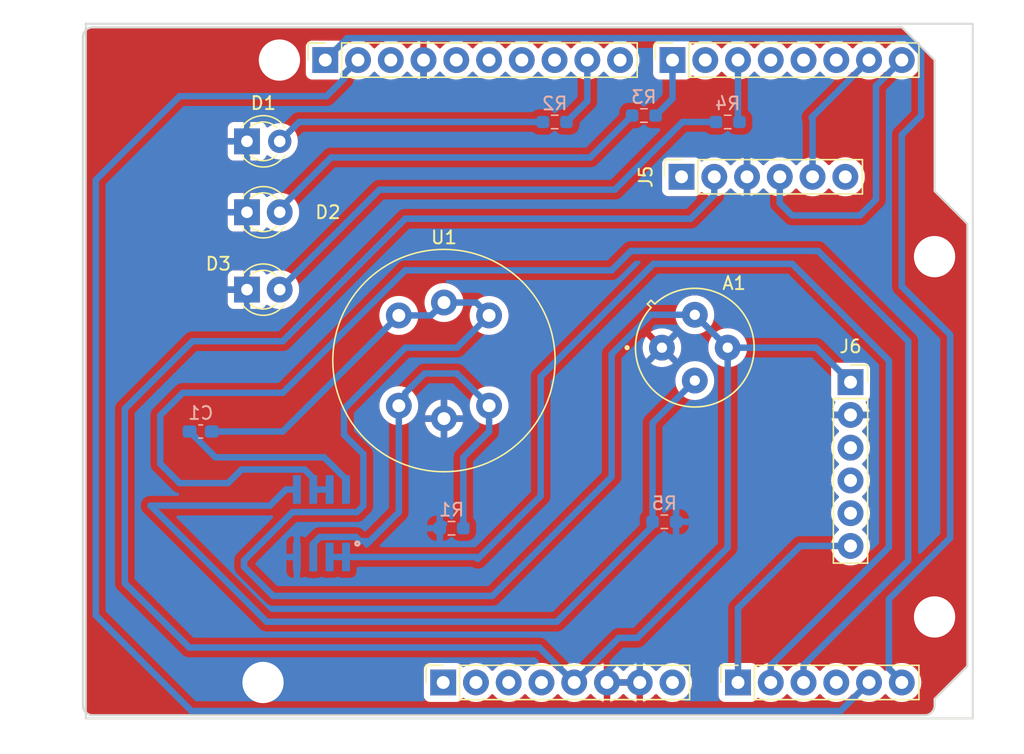
<source format=kicad_pcb>
(kicad_pcb (version 20240108) (generator "pcbnew") (generator_version "8.0")
  (title_block (date "mar. 31 mars 2015"))
  (layers (0 "F.Cu" signal) (31 "B.Cu" signal) (34 "B.Paste" user) (35 "F.Paste" user) (36 "B.SilkS" user "B.Silkscreen") (37 "F.SilkS" user "F.Silkscreen") (38 "B.Mask" user) (39 "F.Mask" user) (44 "Edge.Cuts" user))
  (net 0 "")
  (net 1 "GND")
  (net 3 "+5V")
  (net 4 "/IOREF")
  (net 5 "Net-(A1-SENSOR_ELECTRODE-)")
  (net 6 "A1")
  (net 7 "A2")
  (net 8 "/A3")
  (net 9 "/SDA{slash}A4")
  (net 10 "/SCL{slash}A5")
  (net 11 "/13")
  (net 12 "/12")
  (net 13 "/AREF")
  (net 14 "/8")
  (net 15 "/7")
  (net 16 "/*11")
  (net 17 "/*10")
  (net 18 "/*9")
  (net 19 "/4")
  (net 20 "/2")
  (net 21 "/*6")
  (net 22 "/*5")
  (net 23 "/TX{slash}1")
  (net 24 "/*3")
  (net 25 "/RX{slash}0")
  (net 26 "+3V3")
  (net 27 "VCC")
  (net 28 "/~{RESET}")
  (net 29 "A0")
  (net 30 "Net-(U1-B')")
  (net 31 "Net-(U2C-V+)")
  (net 32 "Net-(D1-A)")
  (net 33 "Net-(D2-A)")
  (net 34 "Net-(D3-A)")
  (footprint "Connector_PinSocket_2.54mm:PinSocket_1x08_P2.54mm_Vertical" (layer "F.Cu") (at 127.94 97.46 90)
    (property "Reference" "J1" (hide yes))
    (property "Value" "Power")
    (fp_line (start 1.33 -1.33) (end 1.33 0) (stroke (width 0.12)) (layer "F.SilkS"))
    (fp_line (start 0 -1.33) (end 1.33 -1.33) (stroke (width 0.12)) (layer "F.SilkS"))
    (fp_line (start 1.33 1.27) (end 1.33 19.11) (stroke (width 0.12)) (layer "F.SilkS"))
    (fp_line (start -1.33 1.27) (end 1.33 1.27) (stroke (width 0.12)) (layer "F.SilkS"))
    (fp_line (start -1.33 1.27) (end -1.33 19.11) (stroke (width 0.12)) (layer "F.SilkS"))
    (fp_line (start -1.33 19.11) (end 1.33 19.11) (stroke (width 0.12)) (layer "F.SilkS"))
    (pad "1" thru_hole rect (at 0 0 90) (size 2 2) (drill 1) (layers "*.Cu" "*.Mask"))
    (pad "2" thru_hole oval (at 0 2.54 90) (size 2 2) (drill 1) (layers "*.Cu" "*.Mask") (net 4 "/IOREF"))
    (pad "3" thru_hole oval (at 0 5.08 90) (size 2 2) (drill 1) (layers "*.Cu" "*.Mask") (net 28 "/~{RESET}"))
    (pad "4" thru_hole oval (at 0 7.62 90) (size 2 2) (drill 1) (layers "*.Cu" "*.Mask") (net 26 "+3V3"))
    (pad "5" thru_hole oval (at 0 10.16 90) (size 2 2) (drill 1) (layers "*.Cu" "*.Mask") (net 3 "+5V"))
    (pad "6" thru_hole oval (at 0 12.7 90) (size 2 2) (drill 1) (layers "*.Cu" "*.Mask") (net 1 "GND"))
    (pad "7" thru_hole oval (at 0 15.24 90) (size 2 2) (drill 1) (layers "*.Cu" "*.Mask") (net 1 "GND"))
    (pad "8" thru_hole oval (at 0 17.78 90) (size 2 2) (drill 1) (layers "*.Cu" "*.Mask") (net 27 "VCC"))
  )
  (footprint "Connector_PinSocket_2.54mm:PinSocket_1x06_P2.54mm_Vertical" (layer "F.Cu") (at 150.8 97.46 90)
    (property "Reference" "J3" (hide yes))
    (property "Value" "Analog")
    (fp_line (start 1.33 -1.33) (end 1.33 0) (stroke (width 0.12)) (layer "F.SilkS"))
    (fp_line (start 0 -1.33) (end 1.33 -1.33) (stroke (width 0.12)) (layer "F.SilkS"))
    (fp_line (start 1.33 1.27) (end 1.33 14.03) (stroke (width 0.12)) (layer "F.SilkS"))
    (fp_line (start -1.33 1.27) (end 1.33 1.27) (stroke (width 0.12)) (layer "F.SilkS"))
    (fp_line (start -1.33 1.27) (end -1.33 14.03) (stroke (width 0.12)) (layer "F.SilkS"))
    (fp_line (start -1.33 14.03) (end 1.33 14.03) (stroke (width 0.12)) (layer "F.SilkS"))
    (pad "1" thru_hole rect (at 0 0 90) (size 2 2) (drill 1) (layers "*.Cu" "*.Mask") (net 29 "A0"))
    (pad "2" thru_hole oval (at 0 2.54 90) (size 2 2) (drill 1) (layers "*.Cu" "*.Mask") (net 6 "A1"))
    (pad "3" thru_hole oval (at 0 5.08 90) (size 2 2) (drill 1) (layers "*.Cu" "*.Mask") (net 7 "A2"))
    (pad "4" thru_hole oval (at 0 7.62 90) (size 2 2) (drill 1) (layers "*.Cu" "*.Mask") (net 8 "/A3"))
    (pad "5" thru_hole oval (at 0 10.16 90) (size 2 2) (drill 1) (layers "*.Cu" "*.Mask") (net 9 "/SDA{slash}A4"))
    (pad "6" thru_hole oval (at 0 12.7 90) (size 2 2) (drill 1) (layers "*.Cu" "*.Mask") (net 10 "/SCL{slash}A5"))
  )
  (footprint "Connector_PinSocket_2.54mm:PinSocket_1x10_P2.54mm_Vertical" (layer "F.Cu") (at 118.796 49.2 90)
    (property "Reference" "J2" (hide yes))
    (property "Value" "Digital/PWM")
    (fp_line (start 1.33 -1.33) (end 1.33 0) (stroke (width 0.12)) (layer "F.SilkS"))
    (fp_line (start 0 -1.33) (end 1.33 -1.33) (stroke (width 0.12)) (layer "F.SilkS"))
    (fp_line (start 1.33 1.27) (end 1.33 24.19) (stroke (width 0.12)) (layer "F.SilkS"))
    (fp_line (start -1.33 1.27) (end 1.33 1.27) (stroke (width 0.12)) (layer "F.SilkS"))
    (fp_line (start -1.33 1.27) (end -1.33 24.19) (stroke (width 0.12)) (layer "F.SilkS"))
    (fp_line (start -1.33 24.19) (end 1.33 24.19) (stroke (width 0.12)) (layer "F.SilkS"))
    (pad "1" thru_hole rect (at 0 0 90) (size 2 2) (drill 1) (layers "*.Cu" "*.Mask") (net 10 "/SCL{slash}A5"))
    (pad "2" thru_hole oval (at 0 2.54 90) (size 2 2) (drill 1) (layers "*.Cu" "*.Mask") (net 9 "/SDA{slash}A4"))
    (pad "3" thru_hole oval (at 0 5.08 90) (size 2 2) (drill 1) (layers "*.Cu" "*.Mask") (net 13 "/AREF"))
    (pad "4" thru_hole oval (at 0 7.62 90) (size 2 2) (drill 1) (layers "*.Cu" "*.Mask") (net 1 "GND"))
    (pad "5" thru_hole oval (at 0 10.16 90) (size 2 2) (drill 1) (layers "*.Cu" "*.Mask") (net 11 "/13"))
    (pad "6" thru_hole oval (at 0 12.7 90) (size 2 2) (drill 1) (layers "*.Cu" "*.Mask") (net 12 "/12"))
    (pad "7" thru_hole oval (at 0 15.24 90) (size 2 2) (drill 1) (layers "*.Cu" "*.Mask") (net 16 "/*11"))
    (pad "8" thru_hole oval (at 0 17.78 90) (size 2 2) (drill 1) (layers "*.Cu" "*.Mask") (net 17 "/*10"))
    (pad "9" thru_hole oval (at 0 20.32 90) (size 2 2) (drill 1) (layers "*.Cu" "*.Mask") (net 18 "/*9"))
    (pad "10" thru_hole oval (at 0 22.86 90) (size 2 2) (drill 1) (layers "*.Cu" "*.Mask") (net 14 "/8"))
  )
  (footprint "Connector_PinSocket_2.54mm:PinSocket_1x08_P2.54mm_Vertical" (layer "F.Cu") (at 145.72 49.2 90)
    (property "Reference" "J4" (hide yes))
    (property "Value" "Digital/PWM")
    (fp_line (start 1.33 -1.33) (end 1.33 0) (stroke (width 0.12)) (layer "F.SilkS"))
    (fp_line (start 0 -1.33) (end 1.33 -1.33) (stroke (width 0.12)) (layer "F.SilkS"))
    (fp_line (start 1.33 1.27) (end 1.33 19.11) (stroke (width 0.12)) (layer "F.SilkS"))
    (fp_line (start -1.33 1.27) (end 1.33 1.27) (stroke (width 0.12)) (layer "F.SilkS"))
    (fp_line (start -1.33 1.27) (end -1.33 19.11) (stroke (width 0.12)) (layer "F.SilkS"))
    (fp_line (start -1.33 19.11) (end 1.33 19.11) (stroke (width 0.12)) (layer "F.SilkS"))
    (pad "1" thru_hole rect (at 0 0 90) (size 2 2) (drill 1) (layers "*.Cu" "*.Mask") (net 15 "/7"))
    (pad "2" thru_hole oval (at 0 2.54 90) (size 2 2) (drill 1) (layers "*.Cu" "*.Mask") (net 21 "/*6"))
    (pad "3" thru_hole oval (at 0 5.08 90) (size 2 2) (drill 1) (layers "*.Cu" "*.Mask") (net 22 "/*5"))
    (pad "4" thru_hole oval (at 0 7.62 90) (size 2 2) (drill 1) (layers "*.Cu" "*.Mask") (net 19 "/4"))
    (pad "5" thru_hole oval (at 0 10.16 90) (size 2 2) (drill 1) (layers "*.Cu" "*.Mask") (net 24 "/*3"))
    (pad "6" thru_hole oval (at 0 12.7 90) (size 2 2) (drill 1) (layers "*.Cu" "*.Mask") (net 20 "/2"))
    (pad "7" thru_hole oval (at 0 15.24 90) (size 2 2) (drill 1) (layers "*.Cu" "*.Mask") (net 23 "/TX{slash}1"))
    (pad "8" thru_hole oval (at 0 17.78 90) (size 2 2) (drill 1) (layers "*.Cu" "*.Mask") (net 25 "/RX{slash}0"))
  )
  (footprint "LED_THT:LED_D3.0mm" (layer "F.Cu") (at 112.725 61)
    (property "Reference" "D2" (at 6.275 0 0) (layer "F.SilkS"))
    (property "Value" "LED_orange")
    (fp_line (start -0.29 -1.236) (end -0.29 -1.08) (stroke (width 0.12)) (layer "F.SilkS"))
    (fp_line (start -0.29 1.08) (end -0.29 1.236) (stroke (width 0.12)) (layer "F.SilkS"))
    (fp_arc (start -0.29 -1.235516) (mid 1.366487 -1.987659) (end 2.942335 -1.078608) (stroke (width 0.12)) (layer "F.SilkS"))
    (fp_arc (start 0.229039 -1.08) (mid 1.270117 -1.5) (end 2.31113 -1.079837) (stroke (width 0.12)) (layer "F.SilkS"))
    (fp_arc (start 2.31113 1.079837) (mid 1.270117 1.5) (end 0.229039 1.08) (stroke (width 0.12)) (layer "F.SilkS"))
    (fp_arc (start 2.942335 1.078608) (mid 1.366487 1.987659) (end -0.29 1.235516) (stroke (width 0.12)) (layer "F.SilkS"))
    (pad "1" thru_hole rect (at 0 0) (size 2 2) (drill 0.9) (layers "*.Cu" "*.Mask") (net 1 "GND"))
    (pad "2" thru_hole circle (at 2.54 0) (size 2 2) (drill 0.9) (layers "*.Cu" "*.Mask") (net 33 "Net-(D2-A)"))
  )
  (footprint "Library:TGS822_off" (layer "F.Cu") (at 128 72.5)
    (property "Reference" "U1" (at 0 -9.545 0) (layer "F.SilkS"))
    (property "Value" "TGS822")
    (fp_circle (center 0 0) (end 0 8.62) (stroke (width 0.12)) (fill none) (layer "F.SilkS"))
    (pad "1" thru_hole oval (at -3.5 -3.5 45) (size 2 2) (drill 1) (layers "*.Cu" "*.Mask") (net 3 "+5V"))
    (pad "2" thru_hole circle (at 0 -4.5 45) (size 2 2) (drill 1) (layers "*.Cu" "*.Mask") (net 3 "+5V"))
    (pad "3" thru_hole oval (at 3.5 -3.5 45) (size 2 2) (drill 1) (layers "*.Cu" "*.Mask") (net 3 "+5V"))
    (pad "4" thru_hole oval (at 3.5 3.5 45) (size 2 2) (drill 1) (layers "*.Cu" "*.Mask") (net 30 "Net-(U1-B')"))
    (pad "5" thru_hole circle (at 0 4.5 45) (size 2 2) (drill 1) (layers "*.Cu" "*.Mask") (net 1 "GND"))
    (pad "6" thru_hole oval (at -3.5 3.5 45) (size 2 2) (drill 1) (layers "*.Cu" "*.Mask") (net 30 "Net-(U1-B')"))
  )
  (footprint "Arduino_MountingHole:MountingHole_3.2mm" (layer "F.Cu") (at 115.24 49.2)
    (property "Reference" "MH1" (hide yes))
    (property "Value" "MountingHole_3.2mm" (hide yes))
    (pad "" np_thru_hole circle (at 0 0) (size 3.2 3.2) (drill 3.2) (layers "*.Cu" "*.Mask"))
  )
  (footprint "Connector_PinSocket_2.54mm:PinSocket_1x06_P2.54mm_Vertical" (layer "F.Cu") (at 159.525 74.175)
    (property "Reference" "J6" (at 0 -2.77 0) (layer "F.SilkS"))
    (property "Value" "Conn_01x06_cap_arduino")
    (fp_line (start -1.33 1.27) (end -1.33 14.03) (stroke (width 0.12)) (layer "F.SilkS"))
    (fp_line (start -1.33 1.27) (end 1.33 1.27) (stroke (width 0.12)) (layer "F.SilkS"))
    (fp_line (start -1.33 14.03) (end 1.33 14.03) (stroke (width 0.12)) (layer "F.SilkS"))
    (fp_line (start 0 -1.33) (end 1.33 -1.33) (stroke (width 0.12)) (layer "F.SilkS"))
    (fp_line (start 1.33 -1.33) (end 1.33 0) (stroke (width 0.12)) (layer "F.SilkS"))
    (fp_line (start 1.33 1.27) (end 1.33 14.03) (stroke (width 0.12)) (layer "F.SilkS"))
    (pad "1" thru_hole rect (at 0 0) (size 2 2) (drill 1) (layers "*.Cu" "*.Mask") (net 3 "+5V"))
    (pad "2" thru_hole oval (at 0 2.54) (size 2 2) (drill 1) (layers "*.Cu" "*.Mask") (net 1 "GND"))
    (pad "3" thru_hole oval (at 0 5.08) (size 2 2) (drill 1) (layers "*.Cu" "*.Mask"))
    (pad "4" thru_hole oval (at 0 7.62) (size 2 2) (drill 1) (layers "*.Cu" "*.Mask"))
    (pad "5" thru_hole oval (at 0 10.16) (size 2 2) (drill 1) (layers "*.Cu" "*.Mask"))
    (pad "6" thru_hole oval (at 0 12.7) (size 2 2) (drill 1) (layers "*.Cu" "*.Mask") (net 29 "A0"))
  )
  (footprint "LED_THT:LED_D3.0mm" (layer "F.Cu") (at 112.725 67)
    (property "Reference" "D3" (at -2.225 -2 0) (layer "F.SilkS"))
    (property "Value" "LED_rouge")
    (fp_line (start -0.29 -1.236) (end -0.29 -1.08) (stroke (width 0.12)) (layer "F.SilkS"))
    (fp_line (start -0.29 1.08) (end -0.29 1.236) (stroke (width 0.12)) (layer "F.SilkS"))
    (fp_arc (start -0.29 -1.235516) (mid 1.366487 -1.987659) (end 2.942335 -1.078608) (stroke (width 0.12)) (layer "F.SilkS"))
    (fp_arc (start 0.229039 -1.08) (mid 1.270117 -1.5) (end 2.31113 -1.079837) (stroke (width 0.12)) (layer "F.SilkS"))
    (fp_arc (start 2.31113 1.079837) (mid 1.270117 1.5) (end 0.229039 1.08) (stroke (width 0.12)) (layer "F.SilkS"))
    (fp_arc (start 2.942335 1.078608) (mid 1.366487 1.987659) (end -0.29 1.235516) (stroke (width 0.12)) (layer "F.SilkS"))
    (pad "1" thru_hole rect (at 0 0) (size 2 2) (drill 0.9) (layers "*.Cu" "*.Mask") (net 1 "GND"))
    (pad "2" thru_hole circle (at 2.54 0) (size 2 2) (drill 0.9) (layers "*.Cu" "*.Mask") (net 34 "Net-(D3-A)"))
  )
  (footprint "LED_THT:LED_D3.0mm" (layer "F.Cu") (at 112.725 55.5)
    (property "Reference" "D1" (at 1.27 -2.96 0) (layer "F.SilkS"))
    (property "Value" "LED_verte")
    (fp_line (start -0.29 -1.236) (end -0.29 -1.08) (stroke (width 0.12)) (layer "F.SilkS"))
    (fp_line (start -0.29 1.08) (end -0.29 1.236) (stroke (width 0.12)) (layer "F.SilkS"))
    (fp_arc (start -0.29 -1.235516) (mid 1.366487 -1.987659) (end 2.942335 -1.078608) (stroke (width 0.12)) (layer "F.SilkS"))
    (fp_arc (start 0.229039 -1.08) (mid 1.270117 -1.5) (end 2.31113 -1.079837) (stroke (width 0.12)) (layer "F.SilkS"))
    (fp_arc (start 2.31113 1.079837) (mid 1.270117 1.5) (end 0.229039 1.08) (stroke (width 0.12)) (layer "F.SilkS"))
    (fp_arc (start 2.942335 1.078608) (mid 1.366487 1.987659) (end -0.29 1.235516) (stroke (width 0.12)) (layer "F.SilkS"))
    (pad "1" thru_hole rect (at 0 0) (size 2 2) (drill 0.9) (layers "*.Cu" "*.Mask") (net 1 "GND"))
    (pad "2" thru_hole circle (at 2.54 0) (size 1.8 1.8) (drill 0.9) (layers "*.Cu" "*.Mask") (net 32 "Net-(D1-A)"))
  )
  (footprint "TGS2600:TO255P920H830-4" (layer "F.Cu") (at 147.45 71.5)
    (property "Reference" "A1" (at 3.05 -5 0) (layer "F.SilkS"))
    (property "Value" "TGS2600")
    (fp_line (start -3.67696 -3.39411) (end -3.39104 -3.10819) (stroke (width 0.127)) (layer "F.SilkS"))
    (fp_line (start -3.39411 -3.67696) (end -3.67696 -3.39411) (stroke (width 0.127)) (layer "F.SilkS"))
    (fp_line (start -3.39411 -3.67696) (end -3.10819 -3.39104) (stroke (width 0.127)) (layer "F.SilkS"))
    (fp_arc (start -3.10819 -3.39104) (mid 3.252615 3.252615) (end -3.39104 -3.10819) (stroke (width 0.127)) (layer "F.SilkS"))
    (fp_circle (center -5.25 0) (end -5.15 0) (stroke (width 0.2)) (fill none) (layer "F.SilkS"))
    (pad "1" thru_hole circle (at -2.55 0) (size 2 2) (drill 0.8) (layers "*.Cu" "*.Mask") (net 1 "GND"))
    (pad "2" thru_hole circle (at 0 2.55) (size 2 2) (drill 0.8) (layers "*.Cu" "*.Mask") (net 5 "Net-(A1-SENSOR_ELECTRODE-)"))
    (pad "3" thru_hole circle (at 2.55 0) (size 2 2) (drill 0.8) (layers "*.Cu" "*.Mask") (net 3 "+5V"))
    (pad "4" thru_hole circle (at 0 -2.55) (size 2 2) (drill 0.8) (layers "*.Cu" "*.Mask") (net 3 "+5V"))
  )
  (footprint "Arduino_MountingHole:MountingHole_3.2mm" (layer "F.Cu") (at 113.97 97.46)
    (property "Reference" "MH2" (hide yes))
    (property "Value" "MountingHole_3.2mm" (hide yes))
    (pad "" np_thru_hole circle (at 0 0) (size 3.2 3.2) (drill 3.2) (layers "*.Cu" "*.Mask"))
  )
  (footprint "Arduino_MountingHole:MountingHole_3.2mm" (layer "F.Cu") (at 166.04 64.44)
    (property "Reference" "MH3" (hide yes))
    (property "Value" "MountingHole_3.2mm" (hide yes))
    (pad "" np_thru_hole circle (at 0 0) (size 3.2 3.2) (drill 3.2) (layers "*.Cu" "*.Mask"))
  )
  (footprint "Arduino_MountingHole:MountingHole_3.2mm" (layer "F.Cu") (at 166.04 92.38)
    (property "Reference" "MH4" (hide yes))
    (property "Value" "MountingHole_3.2mm" (hide yes))
    (pad "" np_thru_hole circle (at 0 0) (size 3.2 3.2) (drill 3.2) (layers "*.Cu" "*.Mask"))
  )
  (footprint "Connector_PinSocket_2.54mm:PinSocket_1x06_P2.54mm_Vertical" (layer "F.Cu") (at 146.42 58.25 90)
    (property "Reference" "J5" (at 0 -2.77 90) (layer "F.SilkS"))
    (property "Value" "Conn_01x06_bluetooth")
    (fp_line (start 1.33 -1.33) (end 1.33 0) (stroke (width 0.12)) (layer "F.SilkS"))
    (fp_line (start 0 -1.33) (end 1.33 -1.33) (stroke (width 0.12)) (layer "F.SilkS"))
    (fp_line (start 1.33 1.27) (end 1.33 14.03) (stroke (width 0.12)) (layer "F.SilkS"))
    (fp_line (start -1.33 1.27) (end 1.33 1.27) (stroke (width 0.12)) (layer "F.SilkS"))
    (fp_line (start -1.33 1.27) (end -1.33 14.03) (stroke (width 0.12)) (layer "F.SilkS"))
    (fp_line (start -1.33 14.03) (end 1.33 14.03) (stroke (width 0.12)) (layer "F.SilkS"))
    (pad "1" thru_hole rect (at 0 0 90) (size 2 2) (drill 1) (layers "*.Cu" "*.Mask"))
    (pad "2" thru_hole oval (at 0 2.54 90) (size 2 2) (drill 1) (layers "*.Cu" "*.Mask") (net 3 "+5V"))
    (pad "3" thru_hole oval (at 0 5.08 90) (size 2 2) (drill 1) (layers "*.Cu" "*.Mask") (net 1 "GND"))
    (pad "4" thru_hole oval (at 0 7.62 90) (size 2 2) (drill 1) (layers "*.Cu" "*.Mask") (net 25 "/RX{slash}0"))
    (pad "5" thru_hole oval (at 0 10.16 90) (size 2 2) (drill 1) (layers "*.Cu" "*.Mask") (net 23 "/TX{slash}1"))
    (pad "6" thru_hole oval (at 0 12.7 90) (size 2 2) (drill 1) (layers "*.Cu" "*.Mask"))
  )
  (footprint "Resistor_SMD:R_0603_1608Metric_Pad0.98x0.95mm_HandSolder" (layer "B.Cu") (at 145.0875 85 180)
    (property "Reference" "R5" (at 0 1.43 0) (layer "B.SilkS") (effects (justify mirror)))
    (property "Value" "10k")
    (fp_line (start 0.254724 0.5225) (end -0.254724 0.5225) (stroke (width 0.12)) (layer "B.SilkS"))
    (fp_line (start 0.254724 -0.5225) (end -0.254724 -0.5225) (stroke (width 0.12)) (layer "B.SilkS"))
    (pad "1" smd roundrect (at -0.9125 0 180) (size 0.975 0.95) (layers "B.Cu" "B.Paste" "B.Mask") (net 1 "GND"))
    (pad "2" smd roundrect (at 0.9125 0 180) (size 0.975 0.95) (layers "B.Cu" "B.Paste" "B.Mask") (net 5 "Net-(A1-SENSOR_ELECTRODE-)"))
  )
  (footprint "Resistor_SMD:R_0603_1608Metric_Pad0.98x0.95mm_HandSolder" (layer "B.Cu") (at 136.5875 54 180)
    (property "Reference" "R2" (at 0 1.43 0) (layer "B.SilkS") (effects (justify mirror)))
    (property "Value" "330")
    (fp_line (start 0.254724 0.5225) (end -0.254724 0.5225) (stroke (width 0.12)) (layer "B.SilkS"))
    (fp_line (start 0.254724 -0.5225) (end -0.254724 -0.5225) (stroke (width 0.12)) (layer "B.SilkS"))
    (pad "1" smd roundrect (at -0.9125 0 180) (size 0.975 0.95) (layers "B.Cu" "B.Paste" "B.Mask") (net 18 "/*9"))
    (pad "2" smd roundrect (at 0.9125 0 180) (size 0.975 0.95) (layers "B.Cu" "B.Paste" "B.Mask") (net 32 "Net-(D1-A)"))
  )
  (footprint "Resistor_SMD:R_0603_1608Metric_Pad0.98x0.95mm_HandSolder" (layer "B.Cu") (at 143.5 53.5 180)
    (property "Reference" "R3" (at 0 1.43 0) (layer "B.SilkS") (effects (justify mirror)))
    (property "Value" "330")
    (fp_line (start 0.254724 0.5225) (end -0.254724 0.5225) (stroke (width 0.12)) (layer "B.SilkS"))
    (fp_line (start 0.254724 -0.5225) (end -0.254724 -0.5225) (stroke (width 0.12)) (layer "B.SilkS"))
    (pad "1" smd roundrect (at -0.9125 0 180) (size 0.975 0.95) (layers "B.Cu" "B.Paste" "B.Mask") (net 15 "/7"))
    (pad "2" smd roundrect (at 0.9125 0 180) (size 0.975 0.95) (layers "B.Cu" "B.Paste" "B.Mask") (net 33 "Net-(D2-A)"))
  )
  (footprint "Resistor_SMD:R_0603_1608Metric_Pad0.98x0.95mm_HandSolder" (layer "B.Cu") (at 150 54 180)
    (property "Reference" "R4" (at 0 1.43 0) (layer "B.SilkS") (effects (justify mirror)))
    (property "Value" "330")
    (fp_line (start 0.254724 0.5225) (end -0.254724 0.5225) (stroke (width 0.12)) (layer "B.SilkS"))
    (fp_line (start 0.254724 -0.5225) (end -0.254724 -0.5225) (stroke (width 0.12)) (layer "B.SilkS"))
    (pad "1" smd roundrect (at -0.9125 0 180) (size 0.975 0.95) (layers "B.Cu" "B.Paste" "B.Mask") (net 22 "/*5"))
    (pad "2" smd roundrect (at 0.9125 0 180) (size 0.975 0.95) (layers "B.Cu" "B.Paste" "B.Mask") (net 34 "Net-(D3-A)"))
  )
  (footprint "Capacitor_SMD:C_0603_1608Metric_Pad1.08x0.95mm_HandSolder" (layer "B.Cu") (at 109.1375 78 180)
    (property "Reference" "C1" (at 0 1.43 0) (layer "B.SilkS") (effects (justify mirror)))
    (property "Value" "100nF")
    (fp_line (start 0.146267 0.51) (end -0.146267 0.51) (stroke (width 0.12)) (layer "B.SilkS"))
    (fp_line (start 0.146267 -0.51) (end -0.146267 -0.51) (stroke (width 0.12)) (layer "B.SilkS"))
    (pad "1" smd roundrect (at -0.8625 0 180) (size 1.075 0.95) (layers "B.Cu" "B.Paste" "B.Mask") (net 3 "+5V"))
    (pad "2" smd roundrect (at 0.8625 0 180) (size 1.075 0.95) (layers "B.Cu" "B.Paste" "B.Mask") (net 31 "Net-(U2C-V+)"))
  )
  (footprint "Resistor_SMD:R_0603_1608Metric_Pad0.98x0.95mm_HandSolder" (layer "B.Cu") (at 128.5875 85.5 180)
    (property "Reference" "R1" (at 0 1.43 0) (layer "B.SilkS") (effects (justify mirror)))
    (property "Value" "10k")
    (fp_line (start 0.254724 0.5225) (end -0.254724 0.5225) (stroke (width 0.12)) (layer "B.SilkS"))
    (fp_line (start 0.254724 -0.5225) (end -0.254724 -0.5225) (stroke (width 0.12)) (layer "B.SilkS"))
    (pad "1" smd roundrect (at -0.9125 0 180) (size 0.975 0.95) (layers "B.Cu" "B.Paste" "B.Mask") (net 30 "Net-(U1-B')"))
    (pad "2" smd roundrect (at 0.9125 0 180) (size 0.975 0.95) (layers "B.Cu" "B.Paste" "B.Mask") (net 1 "GND"))
  )
  (footprint "LM393:SO08" (layer "B.Cu") (at 118.5 85.1162 180)
    (property "Reference" "U2" (hide yes))
    (property "Value" "LM393")
    (fp_circle (center -2.7813 -1.5748) (end -2.6377 -1.5748) (stroke (width 0.2032)) (fill none) (layer "B.SilkS"))
    (pad "1" smd rect (at -1.905 -2.6162 180) (size 0.6096 2.2098) (layers "B.Cu" "B.Paste" "B.Mask") (net 6 "A1"))
    (pad "2" smd rect (at -0.635 -2.6162 180) (size 0.6096 2.2098) (layers "B.Cu" "B.Paste" "B.Mask") (net 6 "A1"))
    (pad "3" smd rect (at 0.635 -2.6162 180) (size 0.6096 2.2098) (layers "B.Cu" "B.Paste" "B.Mask") (net 30 "Net-(U1-B')"))
    (pad "4" smd rect (at 1.905 -2.6162 180) (size 0.6096 2.2098) (layers "B.Cu" "B.Paste" "B.Mask") (net 1 "GND"))
    (pad "5" smd rect (at 1.905 2.6162 180) (size 0.6096 2.2098) (layers "B.Cu" "B.Paste" "B.Mask") (net 5 "Net-(A1-SENSOR_ELECTRODE-)"))
    (pad "6" smd rect (at 0.635 2.6162 180) (size 0.6096 2.2098) (layers "B.Cu" "B.Paste" "B.Mask") (net 7 "A2"))
    (pad "7" smd rect (at -0.635 2.6162 180) (size 0.6096 2.2098) (layers "B.Cu" "B.Paste" "B.Mask") (net 7 "A2"))
    (pad "8" smd rect (at -1.905 2.6162 180) (size 0.6096 2.2098) (layers "B.Cu" "B.Paste" "B.Mask") (net 31 "Net-(U2C-V+)"))
  )
  (gr_line (start 166.04 59.36) (end 168.58 61.9) (stroke (width 0.15)) (layer "Edge.Cuts"))
  (gr_line (start 100 99.238) (end 100 47.422) (stroke (width 0.15)) (layer "Edge.Cuts"))
  (gr_rect (start 100.223185 46.383185) (end 169 100.25) (stroke (width 0.15)) (fill none) (layer "Edge.Cuts"))
  (gr_line (start 168.58 61.9) (end 168.58 96.19) (stroke (width 0.15)) (layer "Edge.Cuts"))
  (gr_line (start 165.278 100) (end 100.762 100) (stroke (width 0.15)) (layer "Edge.Cuts"))
  (gr_line (start 100.762 46.66) (end 163.5 46.66) (stroke (width 0.15)) (layer "Edge.Cuts"))
  (gr_arc (start 100.762 100) (mid 100.223185 99.776815) (end 100 99.238) (stroke (width 0.15)) (layer "Edge.Cuts"))
  (gr_line (start 168.58 96.19) (end 166.04 98.73) (stroke (width 0.15)) (layer "Edge.Cuts"))
  (gr_line (start 163.5 46.66) (end 166.04 49.2) (stroke (width 0.15)) (layer "Edge.Cuts"))
  (gr_arc (start 166.04 99.238) (mid 165.816815 99.776815) (end 165.278 100) (stroke (width 0.15)) (layer "Edge.Cuts"))
  (gr_line (start 166.04 49.2) (end 166.04 59.36) (stroke (width 0.15)) (layer "Edge.Cuts"))
  (gr_line (start 166.04 98.73) (end 166.04 99.238) (stroke (width 0.15)) (layer "Edge.Cuts"))
  (gr_arc (start 100 47.422) (mid 100.223185 46.883185) (end 100.762 46.66) (stroke (width 0.15)) (layer "Edge.Cuts"))
  (segment (start 128 77) (end 128 77.5) (width 0.5) (layer "F.Cu") (net 1))
  (segment (start 158.215 76.715) (end 158 76.5) (width 0.5) (layer "B.Cu") (net 1))
  (segment (start 140.64 97.46) (end 140.64 96.86) (width 0.5) (layer "B.Cu") (net 1))
  (segment (start 159.525 76.715) (end 158.215 76.715) (width 0.5) (layer "B.Cu") (net 1))
  (segment (start 140.64 97.46) (end 140.64 96.61) (width 0.5) (layer "B.Cu") (net 1))
  (segment (start 126.5 51) (end 126.416 50.916) (width 0.5) (layer "B.Cu") (net 1))
  (segment (start 140.64 96.61) (end 141.25 96) (width 0.5) (layer "B.Cu") (net 1))
  (segment (start 128 85.175) (end 127.675 85.5) (width 0.5) (layer "B.Cu") (net 1))
  (segment (start 126.416 49.2) (end 126.416 50.916) (width 0.5) (layer "B.Cu") (net 1))
  (segment (start 141 72) (end 141 81.5) (width 0.5) (layer "B.Cu") (net 3))
  (segment (start 121.25 84.25) (end 121.75 83.75) (width 0.5) (layer "B.Cu") (net 3))
  (segment (start 141.56 94) (end 138.1 97.46) (width 0.5) (layer "B.Cu") (net 3))
  (segment (start 115.5 78) (end 124.5 69) (width 0.5) (layer "B.Cu") (net 3))
  (segment (start 120.25 76.25) (end 125 71.5) (width 0.5) (layer "B.Cu") (net 3))
  (segment (start 125 71.5) (end 129 71.5) (width 0.5) (layer "B.Cu") (net 3))
  (segment (start 103.25 89.75) (end 108.25 94.75) (width 0.5) (layer "B.Cu") (net 3))
  (segment (start 121.75 79.75) (end 120.25 78.25) (width 0.5) (layer "B.Cu") (net 3))
  (segment (start 147.45 68.95) (end 150 71.5) (width 0.5) (layer "B.Cu") (net 3))
  (segment (start 130.5 68) (end 131.5 69) (width 0.5) (layer "B.Cu") (net 3))
  (segment (start 147.124213 61.5) (end 125 61.5) (width 0.5) (layer "B.Cu") (net 3))
  (segment (start 143 94) (end 141.56 94) (width 0.5) (layer "B.Cu") (net 3))
  (segment (start 121.75 83.75) (end 121.75 79.75) (width 0.5) (layer "B.Cu") (net 3))
  (segment (start 108.5 71) (end 103.25 76.25) (width 0.5) (layer "B.Cu") (net 3))
  (segment (start 150 87) (end 143 94) (width 0.5) (layer "B.Cu") (net 3))
  (segment (start 112.5 88) (end 116.25 84.25) (width 0.5) (layer "B.Cu") (net 3))
  (segment (start 116.25 84.25) (end 121.25 84.25) (width 0.5) (layer "B.Cu") (net 3))
  (segment (start 141 81.5) (end 131.75 90.75) (width 0.5) (layer "B.Cu") (net 3))
  (segment (start 131.75 90.75) (end 114.75 90.75) (width 0.5) (layer "B.Cu") (net 3))
  (segment (start 148.96 58.25) (end 148.96 59.664213) (width 0.5) (layer "B.Cu") (net 3))
  (segment (start 115.5 71) (end 108.5 71) (width 0.5) (layer "B.Cu") (net 3))
  (segment (start 156.85 71.5) (end 159.525 74.175) (width 0.5) (layer "B.Cu") (net 3))
  (segment (start 148.96 59.664213) (end 147.124213 61.5) (width 0.5) (layer "B.Cu") (net 3))
  (segment (start 135.39 94.75) (end 138.1 97.46) (width 0.5) (layer "B.Cu") (net 3))
  (segment (start 144.05 68.95) (end 141 72) (width 0.5) (layer "B.Cu") (net 3))
  (segment (start 110 78) (end 115.5 78) (width 0.5) (layer "B.Cu") (net 3))
  (segment (start 120.25 78.25) (end 120.25 76.25) (width 0.5) (layer "B.Cu") (net 3))
  (segment (start 150 71.5) (end 156.85 71.5) (width 0.5) (layer "B.Cu") (net 3))
  (segment (start 124.5 69) (end 127 69) (width 0.5) (layer "B.Cu") (net 3))
  (segment (start 147.45 68.95) (end 144.05 68.95) (width 0.5) (layer "B.Cu") (net 3))
  (segment (start 103.25 76.25) (end 103.25 89.75) (width 0.5) (layer "B.Cu") (net 3))
  (segment (start 112.5 88.5) (end 112.5 88) (width 0.5) (layer "B.Cu") (net 3))
  (segment (start 114.75 90.75) (end 112.5 88.5) (width 0.5) (layer "B.Cu") (net 3))
  (segment (start 150 71.5) (end 150 87) (width 0.5) (layer "B.Cu") (net 3))
  (segment (start 129 71.5) (end 131.5 69) (width 0.5) (layer "B.Cu") (net 3))
  (segment (start 128 68) (end 130.5 68) (width 0.5) (layer "B.Cu") (net 3))
  (segment (start 127 69) (end 128 68) (width 0.5) (layer "B.Cu") (net 3))
  (segment (start 125 61.5) (end 115.5 71) (width 0.5) (layer "B.Cu") (net 3))
  (segment (start 108.25 94.75) (end 135.39 94.75) (width 0.5) (layer "B.Cu") (net 3))
  (segment (start 115.75 82.5) (end 114.5 83.75) (width 0.5) (layer "B.Cu") (net 5))
  (segment (start 114.25 92.75) (end 136.75 92.75) (width 0.5) (layer "B.Cu") (net 5))
  (segment (start 144.175 85.325) (end 144.175 85) (width 0.5) (layer "B.Cu") (net 5))
  (segment (start 144.175 77.325) (end 147.45 74.05) (width 0.5) (layer "B.Cu") (net 5))
  (segment (start 136.75 92.75) (end 144.175 85.325) (width 0.5) (layer "B.Cu") (net 5))
  (segment (start 144.175 85) (end 144.175 77.325) (width 0.5) (layer "B.Cu") (net 5))
  (segment (start 105.25 83.75) (end 114.25 92.75) (width 0.5) (layer "B.Cu") (net 5))
  (segment (start 116.595 82.5) (end 115.75 82.5) (width 0.5) (layer "B.Cu") (net 5))
  (segment (start 114.5 83.75) (end 105.25 83.75) (width 0.5) (layer "B.Cu") (net 5))
  (segment (start 155 65) (end 162.5 72.5) (width 0.5) (layer "B.Cu") (net 6))
  (segment (start 135.5 73.75) (end 144.25 65) (width 0.5) (layer "B.Cu") (net 6))
  (segment (start 162.5 86.972563) (end 153.34 96.132563) (width 0.5) (layer "B.Cu") (net 6))
  (segment (start 135.5 83) (end 135.5 73.75) (width 0.5) (layer "B.Cu") (net 6))
  (segment (start 162.5 72.5) (end 162.5 86.972563) (width 0.5) (layer "B.Cu") (net 6))
  (segment (start 153.34 96.132563) (end 153.34 97.46) (width 0.5) (layer "B.Cu") (net 6))
  (segment (start 130.4824 87.7324) (end 130.625 87.875) (width 0.5) (layer "B.Cu") (net 6))
  (segment (start 130.625 87.875) (end 135.5 83) (width 0.5) (layer "B.Cu") (net 6))
  (segment (start 144.25 65) (end 155 65) (width 0.5) (layer "B.Cu") (net 6))
  (segment (start 119.135 87.7324) (end 120.405 87.7324) (width 0.5) (layer "B.Cu") (net 6))
  (segment (start 120.405 87.7324) (end 130.4824 87.7324) (width 0.5) (layer "B.Cu") (net 6))
  (segment (start 125 65.5) (end 115.5 75) (width 0.5) (layer "B.Cu") (net 7))
  (segment (start 164 71) (end 157 64) (width 0.5) (layer "B.Cu") (net 7))
  (segment (start 117.1951 80.9451) (end 117.865 81.615) (width 0.5) (layer "B.Cu") (net 7))
  (segment (start 107.5 82) (end 111.25 82) (width 0.5) (layer "B.Cu") (net 7))
  (segment (start 141 65.5) (end 125 65.5) (width 0.5) (layer "B.Cu") (net 7))
  (segment (start 157 64) (end 142.5 64) (width 0.5) (layer "B.Cu") (net 7))
  (segment (start 106 80.5) (end 107.5 82) (width 0.5) (layer "B.Cu") (net 7))
  (segment (start 112.3049 80.9451) (end 117.1951 80.9451) (width 0.5) (layer "B.Cu") (net 7))
  (segment (start 117.865 82.5) (end 119.135 82.5) (width 0.5) (layer "B.Cu") (net 7))
  (segment (start 107.75 75) (end 106 76.75) (width 0.5) (layer "B.Cu") (net 7))
  (segment (start 164 88) (end 164 71) (width 0.5) (layer "B.Cu") (net 7))
  (segment (start 111.25 82) (end 112.3049 80.9451) (width 0.5) (layer "B.Cu") (net 7))
  (segment (start 155.88 97.46) (end 155.88 96.12) (width 0.5) (layer "B.Cu") (net 7))
  (segment (start 115.5 75) (end 107.75 75) (width 0.5) (layer "B.Cu") (net 7))
  (segment (start 106 76.75) (end 106 80.5) (width 0.5) (layer "B.Cu") (net 7))
  (segment (start 117.865 81.615) (end 117.865 82.5) (width 0.5) (layer "B.Cu") (net 7))
  (segment (start 155.88 96.12) (end 164 88) (width 0.5) (layer "B.Cu") (net 7))
  (segment (start 142.5 64) (end 141 65.5) (width 0.5) (layer "B.Cu") (net 7))
  (segment (start 107.5 52) (end 101 58.5) (width 0.5) (layer "B.Cu") (net 9))
  (segment (start 120.246 50.29) (end 120.246 50.65) (width 0.5) (layer "B.Cu") (net 9))
  (segment (start 101 58.5) (end 101 92.25) (width 0.5) (layer "B.Cu") (net 9))
  (segment (start 121.336 49.2) (end 120.246 50.29) (width 0.5) (layer "B.Cu") (net 9))
  (segment (start 108.425 99.675) (end 158.745 99.675) (width 0.5) (layer "B.Cu") (net 9))
  (segment (start 158.745 99.675) (end 160.96 97.46) (width 0.5) (layer "B.Cu") (net 9))
  (segment (start 118.896 52) (end 107.5 52) (width 0.5) (layer "B.Cu") (net 9))
  (segment (start 120.246 50.65) (end 118.896 52) (width 0.5) (layer "B.Cu") (net 9))
  (segment (start 101 92.25) (end 108.425 99.675) (width 0.5) (layer "B.Cu") (net 9))
  (segment (start 162.5 96.383705) (end 163.576295 97.46) (width 0.5) (layer "B.Cu") (net 10))
  (segment (start 120.496 47.5) (end 163.88038 47.5) (width 0.5) (layer "B.Cu") (net 10))
  (segment (start 163.5 66.75) (end 167.25 70.5) (width 0.5) (layer "B.Cu") (net 10))
  (segment (start 163.5 55) (end 163.5 66.75) (width 0.5) (layer "B.Cu") (net 10))
  (segment (start 118.796 49.2) (end 120.496 47.5) (width 0.5) (layer "B.Cu") (net 10))
  (segment (start 162.5 91) (end 162.5 96.383705) (width 0.5) (layer "B.Cu") (net 10))
  (segment (start 167.25 86.25) (end 162.5 91) (width 0.5) (layer "B.Cu") (net 10))
  (segment (start 163.576295 97.46) (end 163.5 97.46) (width 0.5) (layer "B.Cu") (net 10))
  (segment (start 167.25 70.5) (end 167.25 86.25) (width 0.5) (layer "B.Cu") (net 10))
  (segment (start 165 53.5) (end 163.5 55) (width 0.5) (layer "B.Cu") (net 10))
  (segment (start 163.88038 47.5) (end 165 48.61962) (width 0.5) (layer "B.Cu") (net 10))
  (segment (start 165 48.61962) (end 165 53.5) (width 0.5) (layer "B.Cu") (net 10))
  (segment (start 145.72 49.2) (end 145.72 52.1925) (width 0.5) (layer "B.Cu") (net 15))
  (segment (start 145.72 52.1925) (end 144.4125 53.5) (width 0.5) (layer "B.Cu") (net 15))
  (segment (start 139.116 52.384) (end 137.5 54) (width 0.5) (layer "B.Cu") (net 18))
  (segment (start 139.116 49.2) (end 139.116 52.384) (width 0.5) (layer "B.Cu") (net 18))
  (segment (start 150.8 49.2) (end 150.8 53.8875) (width 0.5) (layer "B.Cu") (net 22))
  (segment (start 150.8 53.8875) (end 150.9125 54) (width 0.5) (layer "B.Cu") (net 22))
  (segment (start 160.96 49.2) (end 156.705 53.455) (width 0.5) (layer "B.Cu") (net 23))
  (segment (start 156.58 53.58) (end 156.705 53.455) (width 0.5) (layer "B.Cu") (net 23))
  (segment (start 156.58 58.25) (end 156.58 53.58) (width 0.5) (layer "B.Cu") (net 23))
  (segment (start 156.705 53.455) (end 156.5 53.66) (width 0.5) (layer "B.Cu") (net 23))
  (segment (start 155 61.25) (end 160.25 61.25) (width 0.5) (layer "B.Cu") (net 25))
  (segment (start 154.04 60.29) (end 155 61.25) (width 0.5) (layer "B.Cu") (net 25))
  (segment (start 154.04 58.25) (end 154.04 60.29) (width 0.5) (layer "B.Cu") (net 25))
  (segment (start 161.5 51.2) (end 163.5 49.2) (width 0.5) (layer "B.Cu") (net 25))
  (segment (start 161.5 60) (end 161.5 51.2) (width 0.5) (layer "B.Cu") (net 25))
  (segment (start 160.25 61.25) (end 161.5 60) (width 0.5) (layer "B.Cu") (net 25))
  (segment (start 159.525 86.875) (end 155.625 86.875) (width 0.5) (layer "B.Cu") (net 29))
  (segment (start 155.625 86.875) (end 150.8 91.7) (width 0.5) (layer "B.Cu") (net 29))
  (segment (start 150.8 91.7) (end 150.8 97.46) (width 0.5) (layer "B.Cu") (net 29))
  (segment (start 126.5 73.5) (end 129 73.5) (width 0.5) (layer "B.Cu") (net 30))
  (segment (start 124.5 76) (end 124.5 84.25) (width 0.5) (layer "B.Cu") (net 30))
  (segment (start 121.5 86.5) (end 121.1775 86.1775) (width 0.5) (layer "B.Cu") (net 30))
  (segment (start 117.865 87.70925) (end 117.865 88.6162) (width 0.5) (layer "B.Cu") (net 30))
  (segment (start 122.25 86.5) (end 121.5 86.5) (width 0.5) (layer "B.Cu") (net 30))
  (segment (start 131.5 78) (end 131.5 76) (width 0.5) (layer "B.Cu") (net 30))
  (segment (start 124.5 84.25) (end 122.25 86.5) (width 0.5) (layer "B.Cu") (net 30))
  (segment (start 129.5 85.5) (end 129.5 80) (width 0.5) (layer "B.Cu") (net 30))
  (segment (start 117.865 86.6927) (end 117.865 87.7324) (width 0.5) (layer "B.Cu") (net 30))
  (segment (start 129.5 80) (end 131.5 78) (width 0.5) (layer "B.Cu") (net 30))
  (segment (start 122.25 86.5) (end 122 86.75) (width 0.5) (layer "B.Cu") (net 30))
  (segment (start 118.3802 86.1775) (end 117.865 86.6927) (width 0.5) (layer "B.Cu") (net 30))
  (segment (start 121.1775 86.1775) (end 118.3802 86.1775) (width 0.5) (layer "B.Cu") (net 30))
  (segment (start 125 75.5) (end 125 75) (width 0.5) (layer "B.Cu") (net 30))
  (segment (start 124.5 76) (end 125 75.5) (width 0.5) (layer "B.Cu") (net 30))
  (segment (start 129 73.5) (end 131.5 76) (width 0.5) (layer "B.Cu") (net 30))
  (segment (start 125 75) (end 126.5 73.5) (width 0.5) (layer "B.Cu") (net 30))
  (segment (start 120.405 81.6999) (end 120.405 82.5) (width 0.5) (layer "B.Cu") (net 31))
  (segment (start 110.275 80) (end 118.7051 80) (width 0.5) (layer "B.Cu") (net 31))
  (segment (start 108.275 78) (end 110.275 80) (width 0.5) (layer "B.Cu") (net 31))
  (segment (start 118.7051 80) (end 120.405 81.6999) (width 0.5) (layer "B.Cu") (net 31))
  (segment (start 116.765 54) (end 135.675 54) (width 0.5) (layer "B.Cu") (net 32))
  (segment (start 115.265 55.5) (end 116.765 54) (width 0.5) (layer "B.Cu") (net 32))
  (segment (start 115.265 60.735) (end 119.25 56.75) (width 0.5) (layer "B.Cu") (net 33))
  (segment (start 119.25 56.75) (end 139.3375 56.75) (width 0.5) (layer "B.Cu") (net 33))
  (segment (start 115.265 61) (end 115.265 60.735) (width 0.5) (layer "B.Cu") (net 33))
  (segment (start 139.3375 56.75) (end 142.5875 53.5) (width 0.5) (layer "B.Cu") (net 33))
  (segment (start 115.265 66.985) (end 115.265 67) (width 0.5) (layer "B.Cu") (net 34))
  (segment (start 146.5 54) (end 141.25 59.25) (width 0.5) (layer "B.Cu") (net 34))
  (segment (start 149.0875 54) (end 146.5 54) (width 0.5) (layer "B.Cu") (net 34))
  (segment (start 123 59.25) (end 115.265 66.985) (width 0.5) (layer "B.Cu") (net 34))
  (segment (start 141.25 59.25) (end 123 59.25) (width 0.5) (layer "B.Cu") (net 34))
  (zone (net 1) (net_name "GND") (layer "F.Cu") (name "GND") (priority 1) (connect_pads (clearance 0.508)) (min_thickness 0.25) (fill yes (thermal_gap 0.5) (thermal_bridge_width 0.5))
    (polygon (pts (xy 172.5 101.5) (xy 173 45) (xy 96.5 45.5) (xy 96.5 103)))
  )
  (zone (net 1) (net_name "GND") (layer "B.Cu") (name "GND") (connect_pads (clearance 0.508)) (min_thickness 0.25) (fill yes (thermal_gap 0.5) (thermal_bridge_width 0.5))
    (polygon (pts (xy 98 46) (xy 171 46) (xy 171 101) (xy 98 101.5)))
  )
)
</source>
